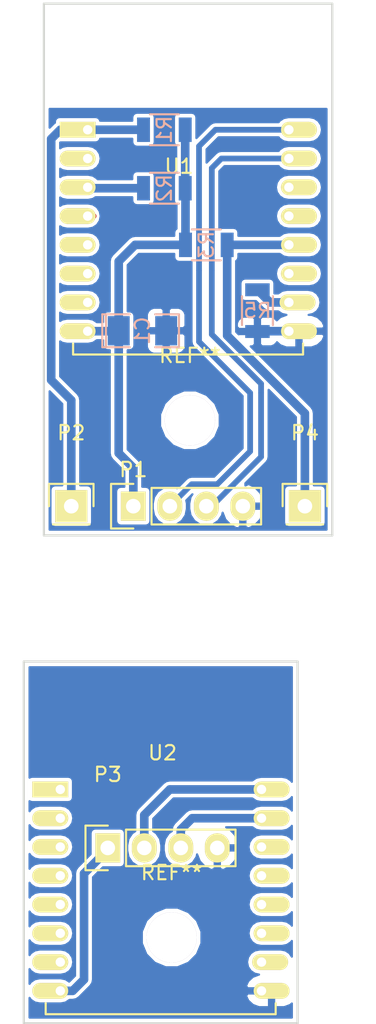
<source format=kicad_pcb>
(kicad_pcb (version 4) (host pcbnew 4.0.2+dfsg1-stable)

  (general
    (links 21)
    (no_connects 1)
    (area 188.900999 65.964999 208.101001 91.261001)
    (thickness 1.6)
    (drawings 14)
    (tracks 62)
    (zones 0)
    (modules 13)
    (nets 32)
  )

  (page A4)
  (layers
    (0 F.Cu signal)
    (31 B.Cu signal)
    (32 B.Adhes user)
    (33 F.Adhes user)
    (34 B.Paste user)
    (35 F.Paste user)
    (36 B.SilkS user)
    (37 F.SilkS user)
    (38 B.Mask user)
    (39 F.Mask user)
    (40 Dwgs.User user)
    (41 Cmts.User user)
    (42 Eco1.User user)
    (43 Eco2.User user)
    (44 Edge.Cuts user)
    (45 Margin user)
    (46 B.CrtYd user)
    (47 F.CrtYd user)
    (48 B.Fab user)
    (49 F.Fab user)
  )

  (setup
    (last_trace_width 0.6)
    (user_trace_width 0.4)
    (user_trace_width 0.6)
    (user_trace_width 0.8)
    (user_trace_width 1)
    (user_trace_width 1.2)
    (trace_clearance 0.2)
    (zone_clearance 0.25)
    (zone_45_only yes)
    (trace_min 0.2)
    (segment_width 0.2)
    (edge_width 0.15)
    (via_size 0.6)
    (via_drill 0.4)
    (via_min_size 0.4)
    (via_min_drill 0.3)
    (uvia_size 0.3)
    (uvia_drill 0.1)
    (uvias_allowed no)
    (uvia_min_size 0.2)
    (uvia_min_drill 0.1)
    (pcb_text_width 0.3)
    (pcb_text_size 1.5 1.5)
    (mod_edge_width 0.15)
    (mod_text_size 1 1)
    (mod_text_width 0.15)
    (pad_size 2.2352 2.2352)
    (pad_drill 1.016)
    (pad_to_mask_clearance 0.2)
    (aux_axis_origin 0 0)
    (visible_elements FFFFFF7F)
    (pcbplotparams
      (layerselection 0x01030_80000001)
      (usegerberextensions false)
      (excludeedgelayer true)
      (linewidth 0.100000)
      (plotframeref false)
      (viasonmask false)
      (mode 1)
      (useauxorigin false)
      (hpglpennumber 1)
      (hpglpenspeed 20)
      (hpglpendiameter 15)
      (hpglpenoverlay 2)
      (psnegative false)
      (psa4output false)
      (plotreference true)
      (plotvalue true)
      (plotinvisibletext false)
      (padsonsilk false)
      (subtractmaskfromsilk false)
      (outputformat 5)
      (mirror false)
      (drillshape 0)
      (scaleselection 1)
      (outputdirectory ""))
  )

  (net 0 "")
  (net 1 GND)
  (net 2 Vcc)
  (net 3 L2)
  (net 4 RXD)
  (net 5 TXD)
  (net 6 PRGM)
  (net 7 RST)
  (net 8 RXD_B)
  (net 9 TXD_B)
  (net 10 Vcc_B)
  (net 11 "Net-(R2-Pad1)")
  (net 12 "Net-(R4-Pad2)")
  (net 13 "Net-(R5-Pad2)")
  (net 14 "Net-(U1-Pad2)")
  (net 15 "Net-(U1-Pad5)")
  (net 16 "Net-(U1-Pad6)")
  (net 17 "Net-(U1-Pad7)")
  (net 18 "Net-(U1-Pad13)")
  (net 19 "Net-(U1-Pad14)")
  (net 20 "Net-(U2-Pad1)")
  (net 21 "Net-(U2-Pad2)")
  (net 22 "Net-(U2-Pad3)")
  (net 23 "Net-(U2-Pad4)")
  (net 24 "Net-(U2-Pad5)")
  (net 25 "Net-(U2-Pad6)")
  (net 26 "Net-(U2-Pad7)")
  (net 27 "Net-(U2-Pad10)")
  (net 28 "Net-(U2-Pad11)")
  (net 29 "Net-(U2-Pad12)")
  (net 30 "Net-(U2-Pad13)")
  (net 31 "Net-(U2-Pad14)")

  (net_class Default "This is the default net class."
    (clearance 0.2)
    (trace_width 0.25)
    (via_dia 0.6)
    (via_drill 0.4)
    (uvia_dia 0.3)
    (uvia_drill 0.1)
    (add_net GND)
    (add_net L2)
    (add_net "Net-(R2-Pad1)")
    (add_net "Net-(R4-Pad2)")
    (add_net "Net-(R5-Pad2)")
    (add_net "Net-(U1-Pad13)")
    (add_net "Net-(U1-Pad14)")
    (add_net "Net-(U1-Pad2)")
    (add_net "Net-(U1-Pad5)")
    (add_net "Net-(U1-Pad6)")
    (add_net "Net-(U1-Pad7)")
    (add_net "Net-(U2-Pad1)")
    (add_net "Net-(U2-Pad10)")
    (add_net "Net-(U2-Pad11)")
    (add_net "Net-(U2-Pad12)")
    (add_net "Net-(U2-Pad13)")
    (add_net "Net-(U2-Pad14)")
    (add_net "Net-(U2-Pad2)")
    (add_net "Net-(U2-Pad3)")
    (add_net "Net-(U2-Pad4)")
    (add_net "Net-(U2-Pad5)")
    (add_net "Net-(U2-Pad6)")
    (add_net "Net-(U2-Pad7)")
    (add_net PRGM)
    (add_net RST)
    (add_net RXD)
    (add_net RXD_B)
    (add_net TXD)
    (add_net TXD_B)
    (add_net Vcc)
    (add_net Vcc_B)
  )

  (module Mounting_Holes:MountingHole_3-5mm (layer F.Cu) (tedit 0) (tstamp 5B0B915B)
    (at 219.202 131.318)
    (descr "Mounting hole, Befestigungsbohrung, 3,5mm, No Annular, Kein Restring,")
    (tags "Mounting hole, Befestigungsbohrung, 3,5mm, No Annular, Kein Restring,")
    (fp_text reference REF** (at 0 -4.50088) (layer F.SilkS)
      (effects (font (size 1 1) (thickness 0.15)))
    )
    (fp_text value MountingHole_3-5mm (at 0 5.00126) (layer F.Fab)
      (effects (font (size 1 1) (thickness 0.15)))
    )
    (fp_circle (center 0 0) (end 3.5 0) (layer Cmts.User) (width 0.381))
    (pad 1 thru_hole circle (at 0 0) (size 3.5 3.5) (drill 3.5) (layers))
  )

  (module Mounting_Holes:MountingHole_3-5mm (layer F.Cu) (tedit 0) (tstamp 5B0B8FEC)
    (at 220.472 95.377)
    (descr "Mounting hole, Befestigungsbohrung, 3,5mm, No Annular, Kein Restring,")
    (tags "Mounting hole, Befestigungsbohrung, 3,5mm, No Annular, Kein Restring,")
    (fp_text reference REF** (at 0 -4.50088) (layer F.SilkS)
      (effects (font (size 1 1) (thickness 0.15)))
    )
    (fp_text value MountingHole_3-5mm (at 0 5.00126) (layer F.Fab)
      (effects (font (size 1 1) (thickness 0.15)))
    )
    (fp_circle (center 0 0) (end 3.5 0) (layer Cmts.User) (width 0.381))
    (pad 1 thru_hole circle (at 0 0) (size 3.5 3.5) (drill 3.5) (layers))
  )

  (module esp8266-16pin:ESP-12E (layer F.Cu) (tedit 5AB3C993) (tstamp 5AF03EB2)
    (at 213.36 75.184)
    (descr "Module, ESP-8266, ESP-12, 16 pad, SMD")
    (tags "Module ESP-8266 ESP8266")
    (path /5AF0328B)
    (fp_text reference U1 (at 6.35 2.54) (layer F.SilkS)
      (effects (font (size 1 1) (thickness 0.15)))
    )
    (fp_text value ESP-12E (at 6.35 6.35) (layer F.Fab) hide
      (effects (font (size 1 1) (thickness 0.15)))
    )
    (fp_line (start -2.25 -0.5) (end -2.25 -8.75) (layer F.CrtYd) (width 0.05))
    (fp_line (start -2.25 -8.75) (end 15.25 -8.75) (layer F.CrtYd) (width 0.05))
    (fp_line (start 15.25 -8.75) (end 16.25 -8.75) (layer F.CrtYd) (width 0.05))
    (fp_line (start 16.25 -8.75) (end 16.25 16) (layer F.CrtYd) (width 0.05))
    (fp_line (start 16.25 16) (end -2.25 16) (layer F.CrtYd) (width 0.05))
    (fp_line (start -2.25 16) (end -2.25 -0.5) (layer F.CrtYd) (width 0.05))
    (fp_line (start -1.016 -8.382) (end 14.986 -8.382) (layer F.CrtYd) (width 0.1524))
    (fp_line (start 14.986 -8.382) (end 14.986 -0.889) (layer F.CrtYd) (width 0.1524))
    (fp_line (start -1.016 -8.382) (end -1.016 -1.016) (layer F.CrtYd) (width 0.1524))
    (fp_line (start -1.016 14.859) (end -1.016 15.621) (layer F.SilkS) (width 0.1524))
    (fp_line (start -1.016 15.621) (end 14.986 15.621) (layer F.SilkS) (width 0.1524))
    (fp_line (start 14.986 15.621) (end 14.986 14.859) (layer F.SilkS) (width 0.1524))
    (fp_line (start 14.992 -8.4) (end -1.008 -2.6) (layer F.CrtYd) (width 0.1524))
    (fp_line (start -1.008 -8.4) (end 14.992 -2.6) (layer F.CrtYd) (width 0.1524))
    (fp_text user "No Copper" (at 6.892 -5.4) (layer F.CrtYd)
      (effects (font (size 1 1) (thickness 0.15)))
    )
    (fp_line (start -1.008 -2.6) (end 14.992 -2.6) (layer F.CrtYd) (width 0.1524))
    (fp_line (start 15 -8.4) (end 15 15.6) (layer F.Fab) (width 0.05))
    (fp_line (start 14.992 15.6) (end -1.008 15.6) (layer F.Fab) (width 0.05))
    (fp_line (start -1.008 15.6) (end -1.008 -8.4) (layer F.Fab) (width 0.05))
    (fp_line (start -1.008 -8.4) (end 14.992 -8.4) (layer F.Fab) (width 0.05))
    (pad 1 thru_hole rect (at 0 0) (size 2.5 1.1) (drill 0.65 (offset -0.7 0)) (layers *.Cu *.Mask F.SilkS)
      (net 7 RST))
    (pad 2 thru_hole oval (at 0 2) (size 2.5 1.1) (drill 0.65 (offset -0.7 0)) (layers *.Cu *.Mask F.SilkS)
      (net 14 "Net-(U1-Pad2)"))
    (pad 3 thru_hole oval (at 0 4) (size 2.5 1.1) (drill 0.65 (offset -0.7 0)) (layers *.Cu *.Mask F.SilkS)
      (net 11 "Net-(R2-Pad1)"))
    (pad 4 thru_hole oval (at 0 6) (size 2.5 1.1) (drill 0.65 (offset -0.7 0)) (layers *.Cu *.Mask F.SilkS)
      (net 3 L2))
    (pad 5 thru_hole oval (at 0 8) (size 2.5 1.1) (drill 0.65 (offset -0.7 0)) (layers *.Cu *.Mask F.SilkS)
      (net 15 "Net-(U1-Pad5)"))
    (pad 6 thru_hole oval (at 0 10) (size 2.5 1.1) (drill 0.65 (offset -0.7 0)) (layers *.Cu *.Mask F.SilkS)
      (net 16 "Net-(U1-Pad6)"))
    (pad 7 thru_hole oval (at 0 12) (size 2.5 1.1) (drill 0.65 (offset -0.7 0)) (layers *.Cu *.Mask F.SilkS)
      (net 17 "Net-(U1-Pad7)"))
    (pad 8 thru_hole oval (at 0 14) (size 2.5 1.1) (drill 0.65 (offset -0.7 0)) (layers *.Cu *.Mask F.SilkS)
      (net 2 Vcc))
    (pad 9 thru_hole oval (at 14 14) (size 2.5 1.1) (drill 0.65 (offset 0.7 0)) (layers *.Cu *.Mask F.SilkS)
      (net 1 GND))
    (pad 10 thru_hole oval (at 14 12) (size 2.5 1.1) (drill 0.65 (offset 0.6 0)) (layers *.Cu *.Mask F.SilkS)
      (net 13 "Net-(R5-Pad2)"))
    (pad 11 thru_hole oval (at 14 10) (size 2.5 1.1) (drill 0.65 (offset 0.7 0)) (layers *.Cu *.Mask F.SilkS)
      (net 12 "Net-(R4-Pad2)"))
    (pad 12 thru_hole oval (at 14 8) (size 2.5 1.1) (drill 0.65 (offset 0.7 0)) (layers *.Cu *.Mask F.SilkS)
      (net 6 PRGM))
    (pad 13 thru_hole oval (at 14 6) (size 2.5 1.1) (drill 0.65 (offset 0.7 0)) (layers *.Cu *.Mask F.SilkS)
      (net 18 "Net-(U1-Pad13)"))
    (pad 14 thru_hole oval (at 14 4) (size 2.5 1.1) (drill 0.65 (offset 0.7 0)) (layers *.Cu *.Mask F.SilkS)
      (net 19 "Net-(U1-Pad14)"))
    (pad 15 thru_hole oval (at 14 2) (size 2.5 1.1) (drill 0.65 (offset 0.7 0)) (layers *.Cu *.Mask F.SilkS)
      (net 4 RXD))
    (pad 16 thru_hole oval (at 14 0) (size 2.5 1.1) (drill 0.65 (offset 0.7 0)) (layers *.Cu *.Mask F.SilkS)
      (net 5 TXD))
    (model ${ESPLIB}/ESP8266.3dshapes/ESP-12E.wrl
      (at (xyz 0 0 0))
      (scale (xyz 0.3937 0.3937 0.3937))
      (rotate (xyz 0 0 0))
    )
  )

  (module Socket_Strips:Socket_Strip_Straight_1x04 (layer F.Cu) (tedit 5AF15216) (tstamp 5AF03E6C)
    (at 216.535 101.346)
    (descr "Through hole socket strip")
    (tags "socket strip")
    (path /5AF0463F)
    (fp_text reference P1 (at 0 -2.54) (layer F.SilkS)
      (effects (font (size 1 1) (thickness 0.15)))
    )
    (fp_text value CONN_01X04 (at 11.938 0) (layer F.Fab)
      (effects (font (size 1 1) (thickness 0.15)))
    )
    (fp_line (start -1.75 -1.75) (end -1.75 1.75) (layer F.CrtYd) (width 0.05))
    (fp_line (start 9.4 -1.75) (end 9.4 1.75) (layer F.CrtYd) (width 0.05))
    (fp_line (start -1.75 -1.75) (end 9.4 -1.75) (layer F.CrtYd) (width 0.05))
    (fp_line (start -1.75 1.75) (end 9.4 1.75) (layer F.CrtYd) (width 0.05))
    (fp_line (start 1.27 -1.27) (end 8.89 -1.27) (layer F.SilkS) (width 0.15))
    (fp_line (start 1.27 1.27) (end 8.89 1.27) (layer F.SilkS) (width 0.15))
    (fp_line (start -1.55 1.55) (end 0 1.55) (layer F.SilkS) (width 0.15))
    (fp_line (start 8.89 -1.27) (end 8.89 1.27) (layer F.SilkS) (width 0.15))
    (fp_line (start 1.27 1.27) (end 1.27 -1.27) (layer F.SilkS) (width 0.15))
    (fp_line (start 0 -1.55) (end -1.55 -1.55) (layer F.SilkS) (width 0.15))
    (fp_line (start -1.55 -1.55) (end -1.55 1.55) (layer F.SilkS) (width 0.15))
    (pad 1 thru_hole rect (at 0 0) (size 1.7272 2.032) (drill 1.016) (layers *.Cu *.Mask F.SilkS)
      (net 2 Vcc))
    (pad 2 thru_hole oval (at 2.54 0) (size 1.7272 2.032) (drill 1.016) (layers *.Cu *.Mask F.SilkS)
      (net 5 TXD))
    (pad 3 thru_hole oval (at 5.08 0) (size 1.7272 2.032) (drill 1.016) (layers *.Cu *.Mask F.SilkS)
      (net 4 RXD))
    (pad 4 thru_hole oval (at 7.62 0) (size 1.7272 2.032) (drill 1.016) (layers *.Cu *.Mask F.SilkS)
      (net 1 GND))
    (model Socket_Strips.3dshapes/Socket_Strip_Straight_1x04.wrl
      (at (xyz 0.15 0 0))
      (scale (xyz 1 1 1))
      (rotate (xyz 0 0 180))
    )
  )

  (module SMD_Packages:SMD-1206_Pol (layer B.Cu) (tedit 5AF05C7D) (tstamp 5AF03E58)
    (at 217.17 89.154)
    (path /5AF0330D)
    (attr smd)
    (fp_text reference C1 (at 0 0 270) (layer B.SilkS)
      (effects (font (size 1 1) (thickness 0.15)) (justify mirror))
    )
    (fp_text value 100nF (at 0 2.032) (layer B.Fab)
      (effects (font (size 1 1) (thickness 0.15)) (justify mirror))
    )
    (fp_line (start -2.54 1.143) (end -2.794 1.143) (layer B.SilkS) (width 0.15))
    (fp_line (start -2.794 1.143) (end -2.794 -1.143) (layer B.SilkS) (width 0.15))
    (fp_line (start -2.794 -1.143) (end -2.54 -1.143) (layer B.SilkS) (width 0.15))
    (fp_line (start -2.54 1.143) (end -2.54 -1.143) (layer B.SilkS) (width 0.15))
    (fp_line (start -2.54 -1.143) (end -0.889 -1.143) (layer B.SilkS) (width 0.15))
    (fp_line (start 0.889 1.143) (end 2.54 1.143) (layer B.SilkS) (width 0.15))
    (fp_line (start 2.54 1.143) (end 2.54 -1.143) (layer B.SilkS) (width 0.15))
    (fp_line (start 2.54 -1.143) (end 0.889 -1.143) (layer B.SilkS) (width 0.15))
    (fp_line (start -0.889 1.143) (end -2.54 1.143) (layer B.SilkS) (width 0.15))
    (pad 1 smd rect (at -1.651 0) (size 1.524 2.032) (layers B.Cu B.Paste B.Mask)
      (net 2 Vcc))
    (pad 2 smd rect (at 1.651 0) (size 1.524 2.032) (layers B.Cu B.Paste B.Mask)
      (net 1 GND))
    (model SMD_Packages.3dshapes/SMD-1206_Pol.wrl
      (at (xyz 0 0 0))
      (scale (xyz 0.17 0.16 0.16))
      (rotate (xyz 0 0 0))
    )
  )

  (module Socket_Strips:Socket_Strip_Straight_1x04 (layer F.Cu) (tedit 0) (tstamp 5AF03E7A)
    (at 214.757 125.095)
    (descr "Through hole socket strip")
    (tags "socket strip")
    (path /5AF05AC9)
    (fp_text reference P3 (at 0 -5.1) (layer F.SilkS)
      (effects (font (size 1 1) (thickness 0.15)))
    )
    (fp_text value CONN_01X04 (at 0 -3.1) (layer F.Fab)
      (effects (font (size 1 1) (thickness 0.15)))
    )
    (fp_line (start -1.75 -1.75) (end -1.75 1.75) (layer F.CrtYd) (width 0.05))
    (fp_line (start 9.4 -1.75) (end 9.4 1.75) (layer F.CrtYd) (width 0.05))
    (fp_line (start -1.75 -1.75) (end 9.4 -1.75) (layer F.CrtYd) (width 0.05))
    (fp_line (start -1.75 1.75) (end 9.4 1.75) (layer F.CrtYd) (width 0.05))
    (fp_line (start 1.27 -1.27) (end 8.89 -1.27) (layer F.SilkS) (width 0.15))
    (fp_line (start 1.27 1.27) (end 8.89 1.27) (layer F.SilkS) (width 0.15))
    (fp_line (start -1.55 1.55) (end 0 1.55) (layer F.SilkS) (width 0.15))
    (fp_line (start 8.89 -1.27) (end 8.89 1.27) (layer F.SilkS) (width 0.15))
    (fp_line (start 1.27 1.27) (end 1.27 -1.27) (layer F.SilkS) (width 0.15))
    (fp_line (start 0 -1.55) (end -1.55 -1.55) (layer F.SilkS) (width 0.15))
    (fp_line (start -1.55 -1.55) (end -1.55 1.55) (layer F.SilkS) (width 0.15))
    (pad 1 thru_hole rect (at 0 0) (size 1.7272 2.032) (drill 1.016) (layers *.Cu *.Mask F.SilkS)
      (net 10 Vcc_B))
    (pad 2 thru_hole oval (at 2.54 0) (size 1.7272 2.032) (drill 1.016) (layers *.Cu *.Mask F.SilkS)
      (net 9 TXD_B))
    (pad 3 thru_hole oval (at 5.08 0) (size 1.7272 2.032) (drill 1.016) (layers *.Cu *.Mask F.SilkS)
      (net 8 RXD_B))
    (pad 4 thru_hole oval (at 7.62 0) (size 1.7272 2.032) (drill 1.016) (layers *.Cu *.Mask F.SilkS)
      (net 1 GND))
    (model Socket_Strips.3dshapes/Socket_Strip_Straight_1x04.wrl
      (at (xyz 0.15 0 0))
      (scale (xyz 1 1 1))
      (rotate (xyz 0 0 180))
    )
  )

  (module Resistors_SMD:R_1206 (layer B.Cu) (tedit 5AF05C64) (tstamp 5AF03E80)
    (at 218.694 75.184)
    (descr "Resistor SMD 1206, reflow soldering, Vishay (see dcrcw.pdf)")
    (tags "resistor 1206")
    (path /5AF036B1)
    (attr smd)
    (fp_text reference R1 (at 0 0 270) (layer B.SilkS)
      (effects (font (size 1 1) (thickness 0.15)) (justify mirror))
    )
    (fp_text value 10KR (at -4.318 0) (layer B.Fab)
      (effects (font (size 1 1) (thickness 0.15)) (justify mirror))
    )
    (fp_line (start -2.2 1.2) (end 2.2 1.2) (layer B.CrtYd) (width 0.05))
    (fp_line (start -2.2 -1.2) (end 2.2 -1.2) (layer B.CrtYd) (width 0.05))
    (fp_line (start -2.2 1.2) (end -2.2 -1.2) (layer B.CrtYd) (width 0.05))
    (fp_line (start 2.2 1.2) (end 2.2 -1.2) (layer B.CrtYd) (width 0.05))
    (fp_line (start 1 -1.075) (end -1 -1.075) (layer B.SilkS) (width 0.15))
    (fp_line (start -1 1.075) (end 1 1.075) (layer B.SilkS) (width 0.15))
    (pad 1 smd rect (at -1.45 0) (size 0.9 1.7) (layers B.Cu B.Paste B.Mask)
      (net 7 RST))
    (pad 2 smd rect (at 1.45 0) (size 0.9 1.7) (layers B.Cu B.Paste B.Mask)
      (net 2 Vcc))
    (model Resistors_SMD.3dshapes/R_1206.wrl
      (at (xyz 0 0 0))
      (scale (xyz 1 1 1))
      (rotate (xyz 0 0 0))
    )
  )

  (module Resistors_SMD:R_1206 (layer B.Cu) (tedit 5AF05C6B) (tstamp 5AF03E86)
    (at 218.694 79.248)
    (descr "Resistor SMD 1206, reflow soldering, Vishay (see dcrcw.pdf)")
    (tags "resistor 1206")
    (path /5AF0372E)
    (attr smd)
    (fp_text reference R2 (at 0 0 270) (layer B.SilkS)
      (effects (font (size 1 1) (thickness 0.15)) (justify mirror))
    )
    (fp_text value 10KR (at -4.318 0) (layer B.Fab)
      (effects (font (size 1 1) (thickness 0.15)) (justify mirror))
    )
    (fp_line (start -2.2 1.2) (end 2.2 1.2) (layer B.CrtYd) (width 0.05))
    (fp_line (start -2.2 -1.2) (end 2.2 -1.2) (layer B.CrtYd) (width 0.05))
    (fp_line (start -2.2 1.2) (end -2.2 -1.2) (layer B.CrtYd) (width 0.05))
    (fp_line (start 2.2 1.2) (end 2.2 -1.2) (layer B.CrtYd) (width 0.05))
    (fp_line (start 1 -1.075) (end -1 -1.075) (layer B.SilkS) (width 0.15))
    (fp_line (start -1 1.075) (end 1 1.075) (layer B.SilkS) (width 0.15))
    (pad 1 smd rect (at -1.45 0) (size 0.9 1.7) (layers B.Cu B.Paste B.Mask)
      (net 11 "Net-(R2-Pad1)"))
    (pad 2 smd rect (at 1.45 0) (size 0.9 1.7) (layers B.Cu B.Paste B.Mask)
      (net 2 Vcc))
    (model Resistors_SMD.3dshapes/R_1206.wrl
      (at (xyz 0 0 0))
      (scale (xyz 1 1 1))
      (rotate (xyz 0 0 0))
    )
  )

  (module Resistors_SMD:R_1206 (layer B.Cu) (tedit 5AF05CA3) (tstamp 5AF03E8C)
    (at 221.615 83.185)
    (descr "Resistor SMD 1206, reflow soldering, Vishay (see dcrcw.pdf)")
    (tags "resistor 1206")
    (path /5AF034C3)
    (attr smd)
    (fp_text reference R3 (at 0 0 270) (layer B.SilkS)
      (effects (font (size 1 1) (thickness 0.15)) (justify mirror))
    )
    (fp_text value 10KR (at -4.318 0) (layer B.Fab)
      (effects (font (size 1 1) (thickness 0.15)) (justify mirror))
    )
    (fp_line (start -2.2 1.2) (end 2.2 1.2) (layer B.CrtYd) (width 0.05))
    (fp_line (start -2.2 -1.2) (end 2.2 -1.2) (layer B.CrtYd) (width 0.05))
    (fp_line (start -2.2 1.2) (end -2.2 -1.2) (layer B.CrtYd) (width 0.05))
    (fp_line (start 2.2 1.2) (end 2.2 -1.2) (layer B.CrtYd) (width 0.05))
    (fp_line (start 1 -1.075) (end -1 -1.075) (layer B.SilkS) (width 0.15))
    (fp_line (start -1 1.075) (end 1 1.075) (layer B.SilkS) (width 0.15))
    (pad 1 smd rect (at -1.45 0) (size 0.9 1.7) (layers B.Cu B.Paste B.Mask)
      (net 2 Vcc))
    (pad 2 smd rect (at 1.45 0) (size 0.9 1.7) (layers B.Cu B.Paste B.Mask)
      (net 6 PRGM))
    (model Resistors_SMD.3dshapes/R_1206.wrl
      (at (xyz 0 0 0))
      (scale (xyz 1 1 1))
      (rotate (xyz 0 0 0))
    )
  )

  (module Resistors_SMD:R_1206 (layer B.Cu) (tedit 5AF05C7A) (tstamp 5AF03E98)
    (at 225.171 87.757 90)
    (descr "Resistor SMD 1206, reflow soldering, Vishay (see dcrcw.pdf)")
    (tags "resistor 1206")
    (path /5AF03412)
    (attr smd)
    (fp_text reference R5 (at 0 0 360) (layer B.SilkS)
      (effects (font (size 1 1) (thickness 0.15)) (justify mirror))
    )
    (fp_text value 10kR (at 0 2.286 90) (layer B.Fab)
      (effects (font (size 1 1) (thickness 0.15)) (justify mirror))
    )
    (fp_line (start -2.2 1.2) (end 2.2 1.2) (layer B.CrtYd) (width 0.05))
    (fp_line (start -2.2 -1.2) (end 2.2 -1.2) (layer B.CrtYd) (width 0.05))
    (fp_line (start -2.2 1.2) (end -2.2 -1.2) (layer B.CrtYd) (width 0.05))
    (fp_line (start 2.2 1.2) (end 2.2 -1.2) (layer B.CrtYd) (width 0.05))
    (fp_line (start 1 -1.075) (end -1 -1.075) (layer B.SilkS) (width 0.15))
    (fp_line (start -1 1.075) (end 1 1.075) (layer B.SilkS) (width 0.15))
    (pad 1 smd rect (at -1.45 0 90) (size 0.9 1.7) (layers B.Cu B.Paste B.Mask)
      (net 1 GND))
    (pad 2 smd rect (at 1.45 0 90) (size 0.9 1.7) (layers B.Cu B.Paste B.Mask)
      (net 13 "Net-(R5-Pad2)"))
    (model Resistors_SMD.3dshapes/R_1206.wrl
      (at (xyz 0 0 0))
      (scale (xyz 1 1 1))
      (rotate (xyz 0 0 0))
    )
  )

  (module esp8266-16pin:ESP-12E (layer F.Cu) (tedit 5AF05E61) (tstamp 5AF03ECC)
    (at 211.455 121.031)
    (descr "Module, ESP-8266, ESP-12, 16 pad, SMD")
    (tags "Module ESP-8266 ESP8266")
    (path /5AF05A6E)
    (fp_text reference U2 (at 7.112 -2.54) (layer F.SilkS)
      (effects (font (size 1 1) (thickness 0.15)))
    )
    (fp_text value ESP-12E (at 6.35 6.35) (layer F.Fab) hide
      (effects (font (size 1 1) (thickness 0.15)))
    )
    (fp_line (start -2.25 -0.5) (end -2.25 -8.75) (layer F.CrtYd) (width 0.05))
    (fp_line (start -2.25 -8.75) (end 15.25 -8.75) (layer F.CrtYd) (width 0.05))
    (fp_line (start 15.25 -8.75) (end 16.25 -8.75) (layer F.CrtYd) (width 0.05))
    (fp_line (start 16.25 -8.75) (end 16.25 16) (layer F.CrtYd) (width 0.05))
    (fp_line (start 16.25 16) (end -2.25 16) (layer F.CrtYd) (width 0.05))
    (fp_line (start -2.25 16) (end -2.25 -0.5) (layer F.CrtYd) (width 0.05))
    (fp_line (start -1.016 -8.382) (end 14.986 -8.382) (layer F.CrtYd) (width 0.1524))
    (fp_line (start 14.986 -8.382) (end 14.986 -0.889) (layer F.CrtYd) (width 0.1524))
    (fp_line (start -1.016 -8.382) (end -1.016 -1.016) (layer F.CrtYd) (width 0.1524))
    (fp_line (start -1.016 14.859) (end -1.016 15.621) (layer F.SilkS) (width 0.1524))
    (fp_line (start -1.016 15.621) (end 14.986 15.621) (layer F.SilkS) (width 0.1524))
    (fp_line (start 14.986 15.621) (end 14.986 14.859) (layer F.SilkS) (width 0.1524))
    (fp_line (start 14.992 -8.4) (end -1.008 -2.6) (layer F.CrtYd) (width 0.1524))
    (fp_line (start -1.008 -8.4) (end 14.992 -2.6) (layer F.CrtYd) (width 0.1524))
    (fp_text user "No Copper" (at 6.892 -5.4) (layer F.CrtYd)
      (effects (font (size 1 1) (thickness 0.15)))
    )
    (fp_line (start -1.008 -2.6) (end 14.992 -2.6) (layer F.CrtYd) (width 0.1524))
    (fp_line (start 15 -8.4) (end 15 15.6) (layer F.Fab) (width 0.05))
    (fp_line (start 14.992 15.6) (end -1.008 15.6) (layer F.Fab) (width 0.05))
    (fp_line (start -1.008 15.6) (end -1.008 -8.4) (layer F.Fab) (width 0.05))
    (fp_line (start -1.008 -8.4) (end 14.992 -8.4) (layer F.Fab) (width 0.05))
    (pad 1 thru_hole rect (at 0 0) (size 2.5 1.1) (drill 0.65 (offset -0.7 0)) (layers *.Cu *.Mask F.SilkS)
      (net 20 "Net-(U2-Pad1)"))
    (pad 2 thru_hole oval (at 0 2) (size 2.5 1.1) (drill 0.65 (offset -0.7 0)) (layers *.Cu *.Mask F.SilkS)
      (net 21 "Net-(U2-Pad2)"))
    (pad 3 thru_hole oval (at 0 4) (size 2.5 1.1) (drill 0.65 (offset -0.7 0)) (layers *.Cu *.Mask F.SilkS)
      (net 22 "Net-(U2-Pad3)"))
    (pad 4 thru_hole oval (at 0 6) (size 2.5 1.1) (drill 0.65 (offset -0.7 0)) (layers *.Cu *.Mask F.SilkS)
      (net 23 "Net-(U2-Pad4)"))
    (pad 5 thru_hole oval (at 0 8) (size 2.5 1.1) (drill 0.65 (offset -0.7 0)) (layers *.Cu *.Mask F.SilkS)
      (net 24 "Net-(U2-Pad5)"))
    (pad 6 thru_hole oval (at 0 10) (size 2.5 1.1) (drill 0.65 (offset -0.7 0)) (layers *.Cu *.Mask F.SilkS)
      (net 25 "Net-(U2-Pad6)"))
    (pad 7 thru_hole oval (at 0 12) (size 2.5 1.1) (drill 0.65 (offset -0.7 0)) (layers *.Cu *.Mask F.SilkS)
      (net 26 "Net-(U2-Pad7)"))
    (pad 8 thru_hole oval (at 0 14) (size 2.5 1.1) (drill 0.65 (offset -0.7 0)) (layers *.Cu *.Mask F.SilkS)
      (net 10 Vcc_B))
    (pad 9 thru_hole oval (at 14 14) (size 2.5 1.1) (drill 0.65 (offset 0.7 0)) (layers *.Cu *.Mask F.SilkS)
      (net 1 GND))
    (pad 10 thru_hole oval (at 14 12) (size 2.5 1.1) (drill 0.65 (offset 0.6 0)) (layers *.Cu *.Mask F.SilkS)
      (net 27 "Net-(U2-Pad10)"))
    (pad 11 thru_hole oval (at 14 10) (size 2.5 1.1) (drill 0.65 (offset 0.7 0)) (layers *.Cu *.Mask F.SilkS)
      (net 28 "Net-(U2-Pad11)"))
    (pad 12 thru_hole oval (at 14 8) (size 2.5 1.1) (drill 0.65 (offset 0.7 0)) (layers *.Cu *.Mask F.SilkS)
      (net 29 "Net-(U2-Pad12)"))
    (pad 13 thru_hole oval (at 14 6) (size 2.5 1.1) (drill 0.65 (offset 0.7 0)) (layers *.Cu *.Mask F.SilkS)
      (net 30 "Net-(U2-Pad13)"))
    (pad 14 thru_hole oval (at 14 4) (size 2.5 1.1) (drill 0.65 (offset 0.7 0)) (layers *.Cu *.Mask F.SilkS)
      (net 31 "Net-(U2-Pad14)"))
    (pad 15 thru_hole oval (at 14 2) (size 2.5 1.1) (drill 0.65 (offset 0.7 0)) (layers *.Cu *.Mask F.SilkS)
      (net 8 RXD_B))
    (pad 16 thru_hole oval (at 14 0) (size 2.5 1.1) (drill 0.65 (offset 0.7 0)) (layers *.Cu *.Mask F.SilkS)
      (net 9 TXD_B))
    (model ${ESPLIB}/ESP8266.3dshapes/ESP-12E.wrl
      (at (xyz 0 0 0))
      (scale (xyz 0.3937 0.3937 0.3937))
      (rotate (xyz 0 0 0))
    )
  )

  (module Pin_Headers:Pin_Header_Straight_1x01 (layer F.Cu) (tedit 54EA08DC) (tstamp 5B0EE867)
    (at 212.217 101.346)
    (descr "Through hole pin header")
    (tags "pin header")
    (path /5B0697E5)
    (fp_text reference P2 (at 0 -5.1) (layer F.SilkS)
      (effects (font (size 1 1) (thickness 0.15)))
    )
    (fp_text value CONN_01X01 (at 0 -3.1) (layer F.Fab)
      (effects (font (size 1 1) (thickness 0.15)))
    )
    (fp_line (start 1.55 -1.55) (end 1.55 0) (layer F.SilkS) (width 0.15))
    (fp_line (start -1.75 -1.75) (end -1.75 1.75) (layer F.CrtYd) (width 0.05))
    (fp_line (start 1.75 -1.75) (end 1.75 1.75) (layer F.CrtYd) (width 0.05))
    (fp_line (start -1.75 -1.75) (end 1.75 -1.75) (layer F.CrtYd) (width 0.05))
    (fp_line (start -1.75 1.75) (end 1.75 1.75) (layer F.CrtYd) (width 0.05))
    (fp_line (start -1.55 0) (end -1.55 -1.55) (layer F.SilkS) (width 0.15))
    (fp_line (start -1.55 -1.55) (end 1.55 -1.55) (layer F.SilkS) (width 0.15))
    (fp_line (start -1.27 1.27) (end 1.27 1.27) (layer F.SilkS) (width 0.15))
    (pad 1 thru_hole rect (at 0 0) (size 2.2352 2.2352) (drill 1.016) (layers *.Cu *.Mask F.SilkS)
      (net 7 RST))
    (model Pin_Headers.3dshapes/Pin_Header_Straight_1x01.wrl
      (at (xyz 0 0 0))
      (scale (xyz 1 1 1))
      (rotate (xyz 0 0 90))
    )
  )

  (module Pin_Headers:Pin_Header_Straight_1x01 (layer F.Cu) (tedit 54EA08DC) (tstamp 5B0EE8E4)
    (at 228.473 101.346)
    (descr "Through hole pin header")
    (tags "pin header")
    (path /5B069844)
    (fp_text reference P4 (at 0 -5.1) (layer F.SilkS)
      (effects (font (size 1 1) (thickness 0.15)))
    )
    (fp_text value CONN_01X01 (at 0 -3.1) (layer F.Fab)
      (effects (font (size 1 1) (thickness 0.15)))
    )
    (fp_line (start 1.55 -1.55) (end 1.55 0) (layer F.SilkS) (width 0.15))
    (fp_line (start -1.75 -1.75) (end -1.75 1.75) (layer F.CrtYd) (width 0.05))
    (fp_line (start 1.75 -1.75) (end 1.75 1.75) (layer F.CrtYd) (width 0.05))
    (fp_line (start -1.75 -1.75) (end 1.75 -1.75) (layer F.CrtYd) (width 0.05))
    (fp_line (start -1.75 1.75) (end 1.75 1.75) (layer F.CrtYd) (width 0.05))
    (fp_line (start -1.55 0) (end -1.55 -1.55) (layer F.SilkS) (width 0.15))
    (fp_line (start -1.55 -1.55) (end 1.55 -1.55) (layer F.SilkS) (width 0.15))
    (fp_line (start -1.27 1.27) (end 1.27 1.27) (layer F.SilkS) (width 0.15))
    (pad 1 thru_hole rect (at 0 0) (size 2.2352 2.2352) (drill 1.016) (layers *.Cu *.Mask F.SilkS)
      (net 6 PRGM))
    (model Pin_Headers.3dshapes/Pin_Header_Straight_1x01.wrl
      (at (xyz 0 0 0))
      (scale (xyz 1 1 1))
      (rotate (xyz 0 0 90))
    )
  )

  (gr_line (start 210.312 103.378) (end 210.312 103.251) (angle 90) (layer Edge.Cuts) (width 0.15))
  (gr_line (start 230.378 103.378) (end 230.378 103.251) (angle 90) (layer Edge.Cuts) (width 0.15))
  (gr_line (start 230.378 103.251) (end 230.378 86.106) (angle 90) (layer Edge.Cuts) (width 0.15))
  (gr_line (start 230.251 103.378) (end 230.378 103.378) (angle 90) (layer Edge.Cuts) (width 0.15))
  (gr_line (start 230.124 103.378) (end 230.251 103.378) (angle 90) (layer Edge.Cuts) (width 0.15))
  (gr_line (start 210.312 103.378) (end 230.124 103.378) (angle 90) (layer Edge.Cuts) (width 0.15))
  (gr_line (start 210.312 66.421) (end 210.312 103.251) (angle 90) (layer Edge.Cuts) (width 0.15))
  (gr_line (start 230.378 66.421) (end 210.312 66.421) (angle 90) (layer Edge.Cuts) (width 0.15))
  (gr_line (start 230.378 86.106) (end 230.378 66.421) (angle 90) (layer Edge.Cuts) (width 0.15))
  (gr_line (start 208.915 137.287) (end 208.915 112.141) (angle 90) (layer Edge.Cuts) (width 0.15))
  (gr_line (start 227.965 112.141) (end 227.965 137.287) (angle 90) (layer Edge.Cuts) (width 0.15))
  (gr_line (start 208.915 112.141) (end 209.169 112.141) (angle 90) (layer Edge.Cuts) (width 0.15))
  (gr_line (start 227.965 137.287) (end 208.915 137.287) (angle 90) (layer Edge.Cuts) (width 0.15))
  (gr_line (start 209.169 112.141) (end 227.965 112.141) (angle 90) (layer Edge.Cuts) (width 0.15))

  (segment (start 227.36 89.184) (end 225.194 89.184) (width 0.6) (layer B.Cu) (net 1))
  (segment (start 225.194 89.184) (end 225.171 89.207) (width 0.6) (layer B.Cu) (net 1) (tstamp 5B0EE95F))
  (segment (start 215.519 89.154) (end 215.519 97.663) (width 0.6) (layer B.Cu) (net 2))
  (segment (start 216.535 98.679) (end 216.535 101.346) (width 0.6) (layer B.Cu) (net 2) (tstamp 5B0EE9D1))
  (segment (start 215.519 97.663) (end 216.535 98.679) (width 0.6) (layer B.Cu) (net 2) (tstamp 5B0EE9D0))
  (segment (start 213.36 89.184) (end 215.489 89.184) (width 0.6) (layer B.Cu) (net 2))
  (segment (start 215.489 89.184) (end 215.519 89.154) (width 0.6) (layer B.Cu) (net 2) (tstamp 5B0B90FF))
  (segment (start 215.519 89.154) (end 215.519 84.328) (width 0.6) (layer B.Cu) (net 2))
  (segment (start 216.662 83.185) (end 220.165 83.185) (width 0.6) (layer B.Cu) (net 2) (tstamp 5B0B90FC))
  (segment (start 215.519 84.328) (end 216.662 83.185) (width 0.6) (layer B.Cu) (net 2) (tstamp 5B0B90FB))
  (segment (start 220.144 75.184) (end 220.144 79.248) (width 0.6) (layer B.Cu) (net 2))
  (segment (start 220.144 79.248) (end 220.165 79.269) (width 0.6) (layer B.Cu) (net 2) (tstamp 5B0B90F7))
  (segment (start 220.165 79.269) (end 220.165 83.185) (width 0.6) (layer B.Cu) (net 2) (tstamp 5B0B90F8))
  (segment (start 215.803 89.184) (end 215.9 89.281) (width 0.6) (layer B.Cu) (net 2) (tstamp 5B068DE5))
  (segment (start 213.772 81.184) (end 213.36 81.184) (width 0.4) (layer F.Cu) (net 3) (tstamp 5AF0531E))
  (segment (start 221.615 101.346) (end 221.996 101.346) (width 0.4) (layer B.Cu) (net 4))
  (segment (start 221.996 101.346) (end 222.631 100.711) (width 0.4) (layer B.Cu) (net 4) (tstamp 5B0EE9BF))
  (segment (start 221.996 89.408) (end 225.425 92.837) (width 0.4) (layer B.Cu) (net 4) (tstamp 5B0B911A))
  (segment (start 225.425 92.837) (end 225.425 93.472) (width 0.4) (layer B.Cu) (net 4) (tstamp 5B0B911C))
  (segment (start 225.425 93.472) (end 225.425 97.917) (width 0.4) (layer B.Cu) (net 4))
  (segment (start 227.36 77.184) (end 222.663 77.184) (width 0.4) (layer B.Cu) (net 4))
  (segment (start 221.996 77.851) (end 221.996 84.963) (width 0.4) (layer B.Cu) (net 4) (tstamp 5B0B9105))
  (segment (start 222.663 77.184) (end 221.996 77.851) (width 0.4) (layer B.Cu) (net 4) (tstamp 5B0B9104))
  (segment (start 221.996 84.963) (end 221.996 89.408) (width 0.4) (layer B.Cu) (net 4))
  (segment (start 225.425 97.917) (end 222.631 100.711) (width 0.4) (layer B.Cu) (net 4))
  (segment (start 222.123 101.346) (end 221.615 101.346) (width 0.4) (layer B.Cu) (net 4) (tstamp 5B0EE9B9))
  (segment (start 219.075 101.346) (end 220.599 99.822) (width 0.4) (layer B.Cu) (net 5))
  (segment (start 221.107 89.916) (end 224.663 93.472) (width 0.4) (layer B.Cu) (net 5) (tstamp 5B0B9116))
  (segment (start 224.663 97.536) (end 224.663 93.472) (width 0.4) (layer B.Cu) (net 5) (tstamp 5B0B9110))
  (segment (start 222.377 99.822) (end 224.663 97.536) (width 0.4) (layer B.Cu) (net 5) (tstamp 5B0B910F))
  (segment (start 222.25 75.184) (end 227.36 75.184) (width 0.4) (layer B.Cu) (net 5))
  (segment (start 221.107 76.327) (end 221.107 84.963) (width 0.4) (layer B.Cu) (net 5) (tstamp 5B0B9109))
  (segment (start 222.25 75.184) (end 221.107 76.327) (width 0.4) (layer B.Cu) (net 5) (tstamp 5B0B9108))
  (segment (start 221.107 84.963) (end 221.107 89.916) (width 0.4) (layer B.Cu) (net 5))
  (segment (start 220.599 99.822) (end 222.377 99.822) (width 0.4) (layer B.Cu) (net 5) (tstamp 5B0EE9B4))
  (segment (start 228.473 101.346) (end 228.473 94.895048) (width 0.6) (layer B.Cu) (net 6))
  (segment (start 223.065 89.487048) (end 223.065 83.185) (width 0.6) (layer B.Cu) (net 6) (tstamp 5B0EE9C4))
  (segment (start 228.473 94.895048) (end 223.065 89.487048) (width 0.6) (layer B.Cu) (net 6) (tstamp 5B0EE9C2))
  (segment (start 223.065 83.185) (end 227.359 83.185) (width 0.6) (layer B.Cu) (net 6))
  (segment (start 227.359 83.185) (end 227.36 83.184) (width 0.6) (layer B.Cu) (net 6) (tstamp 5B0B911F))
  (segment (start 212.217 101.346) (end 212.217 93.98) (width 0.6) (layer B.Cu) (net 7))
  (segment (start 210.82 75.819) (end 211.455 75.184) (width 0.6) (layer B.Cu) (net 7) (tstamp 5B0EE9CA))
  (segment (start 210.82 92.583) (end 210.82 75.819) (width 0.6) (layer B.Cu) (net 7) (tstamp 5B0EE9C9))
  (segment (start 212.217 93.98) (end 210.82 92.583) (width 0.6) (layer B.Cu) (net 7) (tstamp 5B0EE9C8))
  (segment (start 211.455 75.184) (end 213.36 75.184) (width 0.6) (layer B.Cu) (net 7) (tstamp 5B0EE9CB))
  (segment (start 213.36 75.184) (end 217.244 75.184) (width 0.6) (layer B.Cu) (net 7))
  (segment (start 225.455 123.031) (end 220.631 123.031) (width 0.6) (layer B.Cu) (net 8))
  (segment (start 219.837 123.825) (end 219.837 125.095) (width 0.6) (layer B.Cu) (net 8) (tstamp 5B0B9169))
  (segment (start 220.631 123.031) (end 219.837 123.825) (width 0.6) (layer B.Cu) (net 8) (tstamp 5B0B9168))
  (segment (start 225.455 123.031) (end 225.455 123.033) (width 0.8) (layer F.Cu) (net 8))
  (segment (start 225.455 121.031) (end 219.075 121.031) (width 0.6) (layer B.Cu) (net 9))
  (segment (start 217.297 122.809) (end 217.297 125.095) (width 0.6) (layer B.Cu) (net 9) (tstamp 5B0B9165))
  (segment (start 219.075 121.031) (end 217.297 122.809) (width 0.6) (layer B.Cu) (net 9) (tstamp 5B0B9164))
  (segment (start 214.757 125.095) (end 214.757 125.222) (width 0.6) (layer B.Cu) (net 10))
  (segment (start 214.757 125.222) (end 213.106 126.873) (width 0.6) (layer B.Cu) (net 10) (tstamp 5B0B916C))
  (segment (start 213.106 126.873) (end 213.106 134.239) (width 0.6) (layer B.Cu) (net 10) (tstamp 5B0B916D))
  (segment (start 213.106 134.239) (end 212.314 135.031) (width 0.6) (layer B.Cu) (net 10) (tstamp 5B0B916E))
  (segment (start 212.314 135.031) (end 211.455 135.031) (width 0.6) (layer B.Cu) (net 10) (tstamp 5B0B916F))
  (segment (start 217.244 79.248) (end 213.424 79.248) (width 0.6) (layer B.Cu) (net 11))
  (segment (start 213.424 79.248) (end 213.36 79.184) (width 0.6) (layer B.Cu) (net 11) (tstamp 5B0B9126))
  (segment (start 227.36 87.184) (end 226.048 87.184) (width 0.6) (layer B.Cu) (net 13))
  (segment (start 226.048 87.184) (end 225.171 86.307) (width 0.6) (layer B.Cu) (net 13) (tstamp 5B0EE962))

  (zone (net 1) (net_name GND) (layer B.Cu) (tstamp 5AF06229) (hatch edge 0.508)
    (connect_pads (clearance 0.25))
    (min_thickness 0.15)
    (fill yes (arc_segments 16) (thermal_gap 0.508) (thermal_bridge_width 0.508))
    (polygon
      (pts
        (xy 228.219 137.287) (xy 208.661 137.287) (xy 208.661 111.887) (xy 228.219 111.887) (xy 228.219 137.287)
      )
    )
    (filled_polygon
      (pts
        (xy 227.565 120.502715) (xy 227.504574 120.412282) (xy 227.220704 120.222605) (xy 226.885856 120.156) (xy 225.424144 120.156)
        (xy 225.089296 120.222605) (xy 224.814828 120.406) (xy 219.075005 120.406) (xy 219.075 120.405999) (xy 218.835823 120.453575)
        (xy 218.633058 120.589058) (xy 216.855058 122.367058) (xy 216.719575 122.569823) (xy 216.672 122.809) (xy 216.672 123.93189)
        (xy 216.456533 124.075861) (xy 216.198877 124.46147) (xy 216.1084 124.916328) (xy 216.1084 125.273672) (xy 216.198877 125.72853)
        (xy 216.456533 126.114139) (xy 216.842142 126.371795) (xy 217.297 126.462272) (xy 217.751858 126.371795) (xy 218.137467 126.114139)
        (xy 218.395123 125.72853) (xy 218.4856 125.273672) (xy 218.4856 124.916328) (xy 218.395123 124.46147) (xy 218.137467 124.075861)
        (xy 217.922 123.93189) (xy 217.922 123.067884) (xy 219.333884 121.656) (xy 224.814828 121.656) (xy 225.089296 121.839395)
        (xy 225.424144 121.906) (xy 226.885856 121.906) (xy 227.220704 121.839395) (xy 227.504574 121.649718) (xy 227.565 121.559285)
        (xy 227.565 122.502715) (xy 227.504574 122.412282) (xy 227.220704 122.222605) (xy 226.885856 122.156) (xy 225.424144 122.156)
        (xy 225.089296 122.222605) (xy 224.814828 122.406) (xy 220.631005 122.406) (xy 220.631 122.405999) (xy 220.391823 122.453575)
        (xy 220.189058 122.589058) (xy 220.189056 122.589061) (xy 219.395058 123.383058) (xy 219.259575 123.585823) (xy 219.212 123.825)
        (xy 219.212 123.93189) (xy 218.996533 124.075861) (xy 218.738877 124.46147) (xy 218.6484 124.916328) (xy 218.6484 125.273672)
        (xy 218.738877 125.72853) (xy 218.996533 126.114139) (xy 219.382142 126.371795) (xy 219.837 126.462272) (xy 220.291858 126.371795)
        (xy 220.677467 126.114139) (xy 220.935123 125.72853) (xy 220.971639 125.544953) (xy 221.158872 126.025067) (xy 221.549197 126.432028)
        (xy 221.975645 126.637208) (xy 222.198 126.535876) (xy 222.198 125.274) (xy 222.556 125.274) (xy 222.556 126.535876)
        (xy 222.778355 126.637208) (xy 223.204803 126.432028) (xy 223.595128 126.025067) (xy 223.800004 125.499713) (xy 223.676205 125.274)
        (xy 222.556 125.274) (xy 222.198 125.274) (xy 222.178 125.274) (xy 222.178 124.916) (xy 222.198 124.916)
        (xy 222.198 124.896) (xy 222.556 124.896) (xy 222.556 124.916) (xy 223.676205 124.916) (xy 223.800004 124.690287)
        (xy 223.595128 124.164933) (xy 223.204803 123.757972) (xy 222.992863 123.656) (xy 224.814828 123.656) (xy 225.089296 123.839395)
        (xy 225.424144 123.906) (xy 226.885856 123.906) (xy 227.220704 123.839395) (xy 227.504574 123.649718) (xy 227.565 123.559285)
        (xy 227.565 124.502715) (xy 227.504574 124.412282) (xy 227.220704 124.222605) (xy 226.885856 124.156) (xy 225.424144 124.156)
        (xy 225.089296 124.222605) (xy 224.805426 124.412282) (xy 224.615749 124.696152) (xy 224.549144 125.031) (xy 224.615749 125.365848)
        (xy 224.805426 125.649718) (xy 225.089296 125.839395) (xy 225.424144 125.906) (xy 226.885856 125.906) (xy 227.220704 125.839395)
        (xy 227.504574 125.649718) (xy 227.565 125.559285) (xy 227.565 126.502715) (xy 227.504574 126.412282) (xy 227.220704 126.222605)
        (xy 226.885856 126.156) (xy 225.424144 126.156) (xy 225.089296 126.222605) (xy 224.805426 126.412282) (xy 224.615749 126.696152)
        (xy 224.549144 127.031) (xy 224.615749 127.365848) (xy 224.805426 127.649718) (xy 225.089296 127.839395) (xy 225.424144 127.906)
        (xy 226.885856 127.906) (xy 227.220704 127.839395) (xy 227.504574 127.649718) (xy 227.565 127.559285) (xy 227.565 128.502715)
        (xy 227.504574 128.412282) (xy 227.220704 128.222605) (xy 226.885856 128.156) (xy 225.424144 128.156) (xy 225.089296 128.222605)
        (xy 224.805426 128.412282) (xy 224.615749 128.696152) (xy 224.549144 129.031) (xy 224.615749 129.365848) (xy 224.805426 129.649718)
        (xy 225.089296 129.839395) (xy 225.424144 129.906) (xy 226.885856 129.906) (xy 227.220704 129.839395) (xy 227.504574 129.649718)
        (xy 227.565 129.559285) (xy 227.565 130.502715) (xy 227.504574 130.412282) (xy 227.220704 130.222605) (xy 226.885856 130.156)
        (xy 225.424144 130.156) (xy 225.089296 130.222605) (xy 224.805426 130.412282) (xy 224.615749 130.696152) (xy 224.549144 131.031)
        (xy 224.615749 131.365848) (xy 224.805426 131.649718) (xy 225.089296 131.839395) (xy 225.424144 131.906) (xy 226.885856 131.906)
        (xy 227.220704 131.839395) (xy 227.504574 131.649718) (xy 227.565 131.559285) (xy 227.565 132.652375) (xy 227.404574 132.412282)
        (xy 227.120704 132.222605) (xy 226.785856 132.156) (xy 225.324144 132.156) (xy 224.989296 132.222605) (xy 224.705426 132.412282)
        (xy 224.515749 132.696152) (xy 224.449144 133.031) (xy 224.515749 133.365848) (xy 224.705426 133.649718) (xy 224.989296 133.839395)
        (xy 225.283925 133.898) (xy 225.276 133.898) (xy 224.856045 134.052745) (xy 224.527276 134.35642) (xy 224.378005 134.679189)
        (xy 224.484113 134.852) (xy 225.976 134.852) (xy 225.976 134.832) (xy 226.334 134.832) (xy 226.334 134.852)
        (xy 226.354 134.852) (xy 226.354 135.21) (xy 226.334 135.21) (xy 226.334 136.164) (xy 227.034 136.164)
        (xy 227.453955 136.009255) (xy 227.565 135.906686) (xy 227.565 136.887) (xy 209.315 136.887) (xy 209.315 135.514387)
        (xy 209.405426 135.649718) (xy 209.689296 135.839395) (xy 210.024144 135.906) (xy 211.485856 135.906) (xy 211.820704 135.839395)
        (xy 212.095172 135.656) (xy 212.314 135.656) (xy 212.553177 135.608425) (xy 212.755942 135.472942) (xy 212.846073 135.382811)
        (xy 224.378005 135.382811) (xy 224.527276 135.70558) (xy 224.856045 136.009255) (xy 225.276 136.164) (xy 225.976 136.164)
        (xy 225.976 135.21) (xy 224.484113 135.21) (xy 224.378005 135.382811) (xy 212.846073 135.382811) (xy 213.547942 134.680942)
        (xy 213.683425 134.478178) (xy 213.731 134.239) (xy 213.731 131.728932) (xy 217.12664 131.728932) (xy 217.441875 132.491858)
        (xy 218.025072 133.076074) (xy 218.787446 133.392639) (xy 219.612932 133.39336) (xy 220.375858 133.078125) (xy 220.960074 132.494928)
        (xy 221.276639 131.732554) (xy 221.27736 130.907068) (xy 220.962125 130.144142) (xy 220.378928 129.559926) (xy 219.616554 129.243361)
        (xy 218.791068 129.24264) (xy 218.028142 129.557875) (xy 217.443926 130.141072) (xy 217.127361 130.903446) (xy 217.12664 131.728932)
        (xy 213.731 131.728932) (xy 213.731 127.131884) (xy 214.420516 126.442367) (xy 215.6206 126.442367) (xy 215.741038 126.419705)
        (xy 215.851653 126.348526) (xy 215.92586 126.23992) (xy 215.951967 126.111) (xy 215.951967 124.079) (xy 215.929305 123.958562)
        (xy 215.858126 123.847947) (xy 215.74952 123.77374) (xy 215.6206 123.747633) (xy 213.8934 123.747633) (xy 213.772962 123.770295)
        (xy 213.662347 123.841474) (xy 213.58814 123.95008) (xy 213.562033 124.079) (xy 213.562033 125.533084) (xy 212.664058 126.431058)
        (xy 212.528575 126.633823) (xy 212.481 126.873) (xy 212.481 133.980116) (xy 212.07116 134.389956) (xy 211.820704 134.222605)
        (xy 211.485856 134.156) (xy 210.024144 134.156) (xy 209.689296 134.222605) (xy 209.405426 134.412282) (xy 209.315 134.547613)
        (xy 209.315 133.514387) (xy 209.405426 133.649718) (xy 209.689296 133.839395) (xy 210.024144 133.906) (xy 211.485856 133.906)
        (xy 211.820704 133.839395) (xy 212.104574 133.649718) (xy 212.294251 133.365848) (xy 212.360856 133.031) (xy 212.294251 132.696152)
        (xy 212.104574 132.412282) (xy 211.820704 132.222605) (xy 211.485856 132.156) (xy 210.024144 132.156) (xy 209.689296 132.222605)
        (xy 209.405426 132.412282) (xy 209.315 132.547613) (xy 209.315 131.514387) (xy 209.405426 131.649718) (xy 209.689296 131.839395)
        (xy 210.024144 131.906) (xy 211.485856 131.906) (xy 211.820704 131.839395) (xy 212.104574 131.649718) (xy 212.294251 131.365848)
        (xy 212.360856 131.031) (xy 212.294251 130.696152) (xy 212.104574 130.412282) (xy 211.820704 130.222605) (xy 211.485856 130.156)
        (xy 210.024144 130.156) (xy 209.689296 130.222605) (xy 209.405426 130.412282) (xy 209.315 130.547613) (xy 209.315 129.514387)
        (xy 209.405426 129.649718) (xy 209.689296 129.839395) (xy 210.024144 129.906) (xy 211.485856 129.906) (xy 211.820704 129.839395)
        (xy 212.104574 129.649718) (xy 212.294251 129.365848) (xy 212.360856 129.031) (xy 212.294251 128.696152) (xy 212.104574 128.412282)
        (xy 211.820704 128.222605) (xy 211.485856 128.156) (xy 210.024144 128.156) (xy 209.689296 128.222605) (xy 209.405426 128.412282)
        (xy 209.315 128.547613) (xy 209.315 127.514387) (xy 209.405426 127.649718) (xy 209.689296 127.839395) (xy 210.024144 127.906)
        (xy 211.485856 127.906) (xy 211.820704 127.839395) (xy 212.104574 127.649718) (xy 212.294251 127.365848) (xy 212.360856 127.031)
        (xy 212.294251 126.696152) (xy 212.104574 126.412282) (xy 211.820704 126.222605) (xy 211.485856 126.156) (xy 210.024144 126.156)
        (xy 209.689296 126.222605) (xy 209.405426 126.412282) (xy 209.315 126.547613) (xy 209.315 125.514387) (xy 209.405426 125.649718)
        (xy 209.689296 125.839395) (xy 210.024144 125.906) (xy 211.485856 125.906) (xy 211.820704 125.839395) (xy 212.104574 125.649718)
        (xy 212.294251 125.365848) (xy 212.360856 125.031) (xy 212.294251 124.696152) (xy 212.104574 124.412282) (xy 211.820704 124.222605)
        (xy 211.485856 124.156) (xy 210.024144 124.156) (xy 209.689296 124.222605) (xy 209.405426 124.412282) (xy 209.315 124.547613)
        (xy 209.315 123.514387) (xy 209.405426 123.649718) (xy 209.689296 123.839395) (xy 210.024144 123.906) (xy 211.485856 123.906)
        (xy 211.820704 123.839395) (xy 212.104574 123.649718) (xy 212.294251 123.365848) (xy 212.360856 123.031) (xy 212.294251 122.696152)
        (xy 212.104574 122.412282) (xy 211.820704 122.222605) (xy 211.485856 122.156) (xy 210.024144 122.156) (xy 209.689296 122.222605)
        (xy 209.405426 122.412282) (xy 209.315 122.547613) (xy 209.315 121.844526) (xy 209.37608 121.88626) (xy 209.505 121.912367)
        (xy 212.005 121.912367) (xy 212.125438 121.889705) (xy 212.236053 121.818526) (xy 212.31026 121.70992) (xy 212.336367 121.581)
        (xy 212.336367 120.481) (xy 212.313705 120.360562) (xy 212.242526 120.249947) (xy 212.13392 120.17574) (xy 212.005 120.149633)
        (xy 209.505 120.149633) (xy 209.384562 120.172295) (xy 209.315 120.217057) (xy 209.315 112.541) (xy 227.565 112.541)
      )
    )
  )
  (zone (net 0) (net_name "") (layer B.Cu) (tstamp 5AF06310) (hatch edge 0.508)
    (connect_pads (clearance 0.25))
    (min_thickness 0.15)
    (keepout (tracks not_allowed) (vias not_allowed) (copperpour not_allowed))
    (fill (arc_segments 16) (thermal_gap 0.508) (thermal_bridge_width 0.508))
    (polygon
      (pts
        (xy 230.505 73.914) (xy 230.251 73.787) (xy 230.505 73.66) (xy 230.505 73.914)
      )
    )
  )
  (zone (net 1) (net_name GND) (layer B.Cu) (tstamp 5B0EE9CE) (hatch edge 0.508)
    (connect_pads (clearance 0.25))
    (min_thickness 0.15)
    (fill yes (arc_segments 16) (thermal_gap 0.508) (thermal_bridge_width 0.508))
    (polygon
      (pts
        (xy 230.505 103.505) (xy 210.185 103.505) (xy 210.185 66.294) (xy 230.505 66.294) (xy 230.505 103.378)
      )
    )
    (filled_polygon
      (pts
        (xy 229.978 102.978) (xy 210.712 102.978) (xy 210.712 93.358884) (xy 211.592 94.238883) (xy 211.592 99.897033)
        (xy 211.0994 99.897033) (xy 210.978962 99.919695) (xy 210.868347 99.990874) (xy 210.79414 100.09948) (xy 210.768033 100.2284)
        (xy 210.768033 102.4636) (xy 210.790695 102.584038) (xy 210.861874 102.694653) (xy 210.97048 102.76886) (xy 211.0994 102.794967)
        (xy 213.3346 102.794967) (xy 213.455038 102.772305) (xy 213.565653 102.701126) (xy 213.63986 102.59252) (xy 213.665967 102.4636)
        (xy 213.665967 100.2284) (xy 213.643305 100.107962) (xy 213.572126 99.997347) (xy 213.46352 99.92314) (xy 213.3346 99.897033)
        (xy 212.842 99.897033) (xy 212.842 93.98) (xy 212.794425 93.740823) (xy 212.794425 93.740822) (xy 212.712976 93.618926)
        (xy 212.658942 93.538058) (xy 212.658939 93.538056) (xy 211.445 92.324116) (xy 211.445 89.892638) (xy 211.594296 89.992395)
        (xy 211.929144 90.059) (xy 213.390856 90.059) (xy 213.725704 89.992395) (xy 214.000172 89.809) (xy 214.425633 89.809)
        (xy 214.425633 90.17) (xy 214.448295 90.290438) (xy 214.519474 90.401053) (xy 214.62808 90.47526) (xy 214.757 90.501367)
        (xy 214.894 90.501367) (xy 214.894 97.663) (xy 214.941575 97.902177) (xy 215.077058 98.104942) (xy 215.91 98.937884)
        (xy 215.91 99.998633) (xy 215.6714 99.998633) (xy 215.550962 100.021295) (xy 215.440347 100.092474) (xy 215.36614 100.20108)
        (xy 215.340033 100.33) (xy 215.340033 102.362) (xy 215.362695 102.482438) (xy 215.433874 102.593053) (xy 215.54248 102.66726)
        (xy 215.6714 102.693367) (xy 217.3986 102.693367) (xy 217.519038 102.670705) (xy 217.629653 102.599526) (xy 217.70386 102.49092)
        (xy 217.729967 102.362) (xy 217.729967 100.33) (xy 217.707305 100.209562) (xy 217.636126 100.098947) (xy 217.52752 100.02474)
        (xy 217.3986 99.998633) (xy 217.16 99.998633) (xy 217.16 98.679) (xy 217.112425 98.439823) (xy 216.976942 98.237058)
        (xy 216.144 97.404116) (xy 216.144 95.787932) (xy 218.39664 95.787932) (xy 218.711875 96.550858) (xy 219.295072 97.135074)
        (xy 220.057446 97.451639) (xy 220.882932 97.45236) (xy 221.645858 97.137125) (xy 222.230074 96.553928) (xy 222.546639 95.791554)
        (xy 222.54736 94.966068) (xy 222.232125 94.203142) (xy 221.648928 93.618926) (xy 220.886554 93.302361) (xy 220.061068 93.30164)
        (xy 219.298142 93.616875) (xy 218.713926 94.200072) (xy 218.397361 94.962446) (xy 218.39664 95.787932) (xy 216.144 95.787932)
        (xy 216.144 90.501367) (xy 216.281 90.501367) (xy 216.401438 90.478705) (xy 216.512053 90.407526) (xy 216.58626 90.29892)
        (xy 216.612367 90.17) (xy 216.612367 89.47875) (xy 217.476 89.47875) (xy 217.476 90.285966) (xy 217.564756 90.500243)
        (xy 217.728757 90.664244) (xy 217.943034 90.753) (xy 218.49625 90.753) (xy 218.642 90.60725) (xy 218.642 89.333)
        (xy 219 89.333) (xy 219 90.60725) (xy 219.14575 90.753) (xy 219.698966 90.753) (xy 219.913243 90.664244)
        (xy 220.077244 90.500243) (xy 220.166 90.285966) (xy 220.166 89.47875) (xy 220.02025 89.333) (xy 219 89.333)
        (xy 218.642 89.333) (xy 217.62175 89.333) (xy 217.476 89.47875) (xy 216.612367 89.47875) (xy 216.612367 88.138)
        (xy 216.590547 88.022034) (xy 217.476 88.022034) (xy 217.476 88.82925) (xy 217.62175 88.975) (xy 218.642 88.975)
        (xy 218.642 87.70075) (xy 219 87.70075) (xy 219 88.975) (xy 220.02025 88.975) (xy 220.166 88.82925)
        (xy 220.166 88.022034) (xy 220.077244 87.807757) (xy 219.913243 87.643756) (xy 219.698966 87.555) (xy 219.14575 87.555)
        (xy 219 87.70075) (xy 218.642 87.70075) (xy 218.49625 87.555) (xy 217.943034 87.555) (xy 217.728757 87.643756)
        (xy 217.564756 87.807757) (xy 217.476 88.022034) (xy 216.590547 88.022034) (xy 216.589705 88.017562) (xy 216.518526 87.906947)
        (xy 216.40992 87.83274) (xy 216.281 87.806633) (xy 216.144 87.806633) (xy 216.144 84.586884) (xy 216.920884 83.81)
        (xy 219.383633 83.81) (xy 219.383633 84.035) (xy 219.406295 84.155438) (xy 219.477474 84.266053) (xy 219.58608 84.34026)
        (xy 219.715 84.366367) (xy 220.582 84.366367) (xy 220.582 89.916) (xy 220.621963 90.116909) (xy 220.735769 90.287231)
        (xy 224.138 93.689462) (xy 224.138 97.318538) (xy 222.159538 99.297) (xy 220.599 99.297) (xy 220.398091 99.336963)
        (xy 220.227769 99.450769) (xy 219.5775 100.101038) (xy 219.529858 100.069205) (xy 219.075 99.978728) (xy 218.620142 100.069205)
        (xy 218.234533 100.326861) (xy 217.976877 100.71247) (xy 217.8864 101.167328) (xy 217.8864 101.524672) (xy 217.976877 101.97953)
        (xy 218.234533 102.365139) (xy 218.620142 102.622795) (xy 219.075 102.713272) (xy 219.529858 102.622795) (xy 219.915467 102.365139)
        (xy 220.173123 101.97953) (xy 220.2636 101.524672) (xy 220.2636 101.167328) (xy 220.219224 100.944238) (xy 220.649548 100.513914)
        (xy 220.516877 100.71247) (xy 220.4264 101.167328) (xy 220.4264 101.524672) (xy 220.516877 101.97953) (xy 220.774533 102.365139)
        (xy 221.160142 102.622795) (xy 221.615 102.713272) (xy 222.069858 102.622795) (xy 222.455467 102.365139) (xy 222.713123 101.97953)
        (xy 222.749639 101.795953) (xy 222.936872 102.276067) (xy 223.327197 102.683028) (xy 223.753645 102.888208) (xy 223.976 102.786876)
        (xy 223.976 101.525) (xy 224.334 101.525) (xy 224.334 102.786876) (xy 224.556355 102.888208) (xy 224.982803 102.683028)
        (xy 225.373128 102.276067) (xy 225.578004 101.750713) (xy 225.454205 101.525) (xy 224.334 101.525) (xy 223.976 101.525)
        (xy 223.956 101.525) (xy 223.956 101.167) (xy 223.976 101.167) (xy 223.976 101.147) (xy 224.334 101.147)
        (xy 224.334 101.167) (xy 225.454205 101.167) (xy 225.578004 100.941287) (xy 225.373128 100.415933) (xy 224.982803 100.008972)
        (xy 224.556355 99.803792) (xy 224.334002 99.905123) (xy 224.334002 99.75046) (xy 225.796231 98.288231) (xy 225.910037 98.117909)
        (xy 225.95 97.917) (xy 225.95 93.255932) (xy 227.848 95.153932) (xy 227.848 99.897033) (xy 227.3554 99.897033)
        (xy 227.234962 99.919695) (xy 227.124347 99.990874) (xy 227.05014 100.09948) (xy 227.024033 100.2284) (xy 227.024033 102.4636)
        (xy 227.046695 102.584038) (xy 227.117874 102.694653) (xy 227.22648 102.76886) (xy 227.3554 102.794967) (xy 229.5906 102.794967)
        (xy 229.711038 102.772305) (xy 229.821653 102.701126) (xy 229.89586 102.59252) (xy 229.921967 102.4636) (xy 229.921967 100.2284)
        (xy 229.899305 100.107962) (xy 229.828126 99.997347) (xy 229.71952 99.92314) (xy 229.5906 99.897033) (xy 229.098 99.897033)
        (xy 229.098 94.895048) (xy 229.050425 94.655871) (xy 228.914942 94.453106) (xy 224.701836 90.24) (xy 224.84625 90.24)
        (xy 224.992 90.09425) (xy 224.992 89.386) (xy 225.35 89.386) (xy 225.35 90.09425) (xy 225.49575 90.24)
        (xy 226.136966 90.24) (xy 226.351243 90.151244) (xy 226.515244 89.987243) (xy 226.530831 89.949613) (xy 226.761045 90.162255)
        (xy 227.181 90.317) (xy 227.881 90.317) (xy 227.881 89.363) (xy 228.239 89.363) (xy 228.239 90.317)
        (xy 228.939 90.317) (xy 229.358955 90.162255) (xy 229.687724 89.85858) (xy 229.836995 89.535811) (xy 229.730887 89.363)
        (xy 228.239 89.363) (xy 227.881 89.363) (xy 226.389113 89.363) (xy 226.374991 89.386) (xy 225.35 89.386)
        (xy 224.992 89.386) (xy 223.88375 89.386) (xy 223.865793 89.403957) (xy 223.69 89.228164) (xy 223.69 88.641034)
        (xy 223.738 88.641034) (xy 223.738 88.88225) (xy 223.88375 89.028) (xy 224.992 89.028) (xy 224.992 88.31975)
        (xy 224.84625 88.174) (xy 224.205034 88.174) (xy 223.990757 88.262756) (xy 223.826756 88.426757) (xy 223.738 88.641034)
        (xy 223.69 88.641034) (xy 223.69 85.857) (xy 223.989633 85.857) (xy 223.989633 86.757) (xy 224.012295 86.877438)
        (xy 224.083474 86.988053) (xy 224.19208 87.06226) (xy 224.321 87.088367) (xy 225.068483 87.088367) (xy 225.606058 87.625942)
        (xy 225.808822 87.761425) (xy 226.048 87.809) (xy 226.619828 87.809) (xy 226.894296 87.992395) (xy 227.188925 88.051)
        (xy 227.181 88.051) (xy 226.761045 88.205745) (xy 226.51705 88.431117) (xy 226.515244 88.426757) (xy 226.351243 88.262756)
        (xy 226.136966 88.174) (xy 225.49575 88.174) (xy 225.35 88.31975) (xy 225.35 89.028) (xy 226.45825 89.028)
        (xy 226.48125 89.005) (xy 227.881 89.005) (xy 227.881 88.985) (xy 228.239 88.985) (xy 228.239 89.005)
        (xy 229.730887 89.005) (xy 229.836995 88.832189) (xy 229.687724 88.50942) (xy 229.358955 88.205745) (xy 228.939 88.051)
        (xy 228.731075 88.051) (xy 229.025704 87.992395) (xy 229.309574 87.802718) (xy 229.499251 87.518848) (xy 229.565856 87.184)
        (xy 229.499251 86.849152) (xy 229.309574 86.565282) (xy 229.025704 86.375605) (xy 228.690856 86.309) (xy 227.229144 86.309)
        (xy 226.894296 86.375605) (xy 226.619828 86.559) (xy 226.352367 86.559) (xy 226.352367 85.857) (xy 226.329705 85.736562)
        (xy 226.258526 85.625947) (xy 226.14992 85.55174) (xy 226.021 85.525633) (xy 224.321 85.525633) (xy 224.200562 85.548295)
        (xy 224.089947 85.619474) (xy 224.01574 85.72808) (xy 223.989633 85.857) (xy 223.69 85.857) (xy 223.69 85.184)
        (xy 226.454144 85.184) (xy 226.520749 85.518848) (xy 226.710426 85.802718) (xy 226.994296 85.992395) (xy 227.329144 86.059)
        (xy 228.790856 86.059) (xy 229.125704 85.992395) (xy 229.409574 85.802718) (xy 229.599251 85.518848) (xy 229.665856 85.184)
        (xy 229.599251 84.849152) (xy 229.409574 84.565282) (xy 229.125704 84.375605) (xy 228.790856 84.309) (xy 227.329144 84.309)
        (xy 226.994296 84.375605) (xy 226.710426 84.565282) (xy 226.520749 84.849152) (xy 226.454144 85.184) (xy 223.69 85.184)
        (xy 223.69 84.308595) (xy 223.746053 84.272526) (xy 223.82026 84.16392) (xy 223.846367 84.035) (xy 223.846367 83.81)
        (xy 226.721324 83.81) (xy 226.994296 83.992395) (xy 227.329144 84.059) (xy 228.790856 84.059) (xy 229.125704 83.992395)
        (xy 229.409574 83.802718) (xy 229.599251 83.518848) (xy 229.665856 83.184) (xy 229.599251 82.849152) (xy 229.409574 82.565282)
        (xy 229.125704 82.375605) (xy 228.790856 82.309) (xy 227.329144 82.309) (xy 226.994296 82.375605) (xy 226.718331 82.56)
        (xy 223.846367 82.56) (xy 223.846367 82.335) (xy 223.823705 82.214562) (xy 223.752526 82.103947) (xy 223.64392 82.02974)
        (xy 223.515 82.003633) (xy 222.615 82.003633) (xy 222.521 82.02132) (xy 222.521 81.184) (xy 226.454144 81.184)
        (xy 226.520749 81.518848) (xy 226.710426 81.802718) (xy 226.994296 81.992395) (xy 227.329144 82.059) (xy 228.790856 82.059)
        (xy 229.125704 81.992395) (xy 229.409574 81.802718) (xy 229.599251 81.518848) (xy 229.665856 81.184) (xy 229.599251 80.849152)
        (xy 229.409574 80.565282) (xy 229.125704 80.375605) (xy 228.790856 80.309) (xy 227.329144 80.309) (xy 226.994296 80.375605)
        (xy 226.710426 80.565282) (xy 226.520749 80.849152) (xy 226.454144 81.184) (xy 222.521 81.184) (xy 222.521 79.184)
        (xy 226.454144 79.184) (xy 226.520749 79.518848) (xy 226.710426 79.802718) (xy 226.994296 79.992395) (xy 227.329144 80.059)
        (xy 228.790856 80.059) (xy 229.125704 79.992395) (xy 229.409574 79.802718) (xy 229.599251 79.518848) (xy 229.665856 79.184)
        (xy 229.599251 78.849152) (xy 229.409574 78.565282) (xy 229.125704 78.375605) (xy 228.790856 78.309) (xy 227.329144 78.309)
        (xy 226.994296 78.375605) (xy 226.710426 78.565282) (xy 226.520749 78.849152) (xy 226.454144 79.184) (xy 222.521 79.184)
        (xy 222.521 78.068462) (xy 222.880462 77.709) (xy 226.647805 77.709) (xy 226.710426 77.802718) (xy 226.994296 77.992395)
        (xy 227.329144 78.059) (xy 228.790856 78.059) (xy 229.125704 77.992395) (xy 229.409574 77.802718) (xy 229.599251 77.518848)
        (xy 229.665856 77.184) (xy 229.599251 76.849152) (xy 229.409574 76.565282) (xy 229.125704 76.375605) (xy 228.790856 76.309)
        (xy 227.329144 76.309) (xy 226.994296 76.375605) (xy 226.710426 76.565282) (xy 226.647805 76.659) (xy 222.663 76.659)
        (xy 222.462091 76.698963) (xy 222.291769 76.812769) (xy 221.632 77.472538) (xy 221.632 76.544462) (xy 222.467462 75.709)
        (xy 226.647805 75.709) (xy 226.710426 75.802718) (xy 226.994296 75.992395) (xy 227.329144 76.059) (xy 228.790856 76.059)
        (xy 229.125704 75.992395) (xy 229.409574 75.802718) (xy 229.599251 75.518848) (xy 229.665856 75.184) (xy 229.599251 74.849152)
        (xy 229.409574 74.565282) (xy 229.125704 74.375605) (xy 228.790856 74.309) (xy 227.329144 74.309) (xy 226.994296 74.375605)
        (xy 226.710426 74.565282) (xy 226.647805 74.659) (xy 222.25 74.659) (xy 222.049091 74.698963) (xy 221.878769 74.812769)
        (xy 220.925367 75.766171) (xy 220.925367 74.334) (xy 220.902705 74.213562) (xy 220.831526 74.102947) (xy 220.72292 74.02874)
        (xy 220.594 74.002633) (xy 219.694 74.002633) (xy 219.573562 74.025295) (xy 219.462947 74.096474) (xy 219.38874 74.20508)
        (xy 219.362633 74.334) (xy 219.362633 76.034) (xy 219.385295 76.154438) (xy 219.456474 76.265053) (xy 219.519 76.307775)
        (xy 219.519 78.124405) (xy 219.462947 78.160474) (xy 219.38874 78.26908) (xy 219.362633 78.398) (xy 219.362633 80.098)
        (xy 219.385295 80.218438) (xy 219.456474 80.329053) (xy 219.54 80.386124) (xy 219.54 82.061405) (xy 219.483947 82.097474)
        (xy 219.40974 82.20608) (xy 219.383633 82.335) (xy 219.383633 82.56) (xy 216.662 82.56) (xy 216.422822 82.607575)
        (xy 216.220058 82.743058) (xy 215.077058 83.886058) (xy 214.941575 84.088823) (xy 214.894 84.328) (xy 214.894 87.806633)
        (xy 214.757 87.806633) (xy 214.636562 87.829295) (xy 214.525947 87.900474) (xy 214.45174 88.00908) (xy 214.425633 88.138)
        (xy 214.425633 88.559) (xy 214.000172 88.559) (xy 213.725704 88.375605) (xy 213.390856 88.309) (xy 211.929144 88.309)
        (xy 211.594296 88.375605) (xy 211.445 88.475362) (xy 211.445 87.892638) (xy 211.594296 87.992395) (xy 211.929144 88.059)
        (xy 213.390856 88.059) (xy 213.725704 87.992395) (xy 214.009574 87.802718) (xy 214.199251 87.518848) (xy 214.265856 87.184)
        (xy 214.199251 86.849152) (xy 214.009574 86.565282) (xy 213.725704 86.375605) (xy 213.390856 86.309) (xy 211.929144 86.309)
        (xy 211.594296 86.375605) (xy 211.445 86.475362) (xy 211.445 85.892638) (xy 211.594296 85.992395) (xy 211.929144 86.059)
        (xy 213.390856 86.059) (xy 213.725704 85.992395) (xy 214.009574 85.802718) (xy 214.199251 85.518848) (xy 214.265856 85.184)
        (xy 214.199251 84.849152) (xy 214.009574 84.565282) (xy 213.725704 84.375605) (xy 213.390856 84.309) (xy 211.929144 84.309)
        (xy 211.594296 84.375605) (xy 211.445 84.475362) (xy 211.445 83.892638) (xy 211.594296 83.992395) (xy 211.929144 84.059)
        (xy 213.390856 84.059) (xy 213.725704 83.992395) (xy 214.009574 83.802718) (xy 214.199251 83.518848) (xy 214.265856 83.184)
        (xy 214.199251 82.849152) (xy 214.009574 82.565282) (xy 213.725704 82.375605) (xy 213.390856 82.309) (xy 211.929144 82.309)
        (xy 211.594296 82.375605) (xy 211.445 82.475362) (xy 211.445 81.892638) (xy 211.594296 81.992395) (xy 211.929144 82.059)
        (xy 213.390856 82.059) (xy 213.725704 81.992395) (xy 214.009574 81.802718) (xy 214.199251 81.518848) (xy 214.265856 81.184)
        (xy 214.199251 80.849152) (xy 214.009574 80.565282) (xy 213.725704 80.375605) (xy 213.390856 80.309) (xy 211.929144 80.309)
        (xy 211.594296 80.375605) (xy 211.445 80.475362) (xy 211.445 79.892638) (xy 211.594296 79.992395) (xy 211.929144 80.059)
        (xy 213.390856 80.059) (xy 213.725704 79.992395) (xy 213.90439 79.873) (xy 216.462633 79.873) (xy 216.462633 80.098)
        (xy 216.485295 80.218438) (xy 216.556474 80.329053) (xy 216.66508 80.40326) (xy 216.794 80.429367) (xy 217.694 80.429367)
        (xy 217.814438 80.406705) (xy 217.925053 80.335526) (xy 217.99926 80.22692) (xy 218.025367 80.098) (xy 218.025367 78.398)
        (xy 218.002705 78.277562) (xy 217.931526 78.166947) (xy 217.82292 78.09274) (xy 217.694 78.066633) (xy 216.794 78.066633)
        (xy 216.673562 78.089295) (xy 216.562947 78.160474) (xy 216.48874 78.26908) (xy 216.462633 78.398) (xy 216.462633 78.623)
        (xy 214.04814 78.623) (xy 214.009574 78.565282) (xy 213.725704 78.375605) (xy 213.390856 78.309) (xy 211.929144 78.309)
        (xy 211.594296 78.375605) (xy 211.445 78.475362) (xy 211.445 77.892638) (xy 211.594296 77.992395) (xy 211.929144 78.059)
        (xy 213.390856 78.059) (xy 213.725704 77.992395) (xy 214.009574 77.802718) (xy 214.199251 77.518848) (xy 214.265856 77.184)
        (xy 214.199251 76.849152) (xy 214.009574 76.565282) (xy 213.725704 76.375605) (xy 213.390856 76.309) (xy 211.929144 76.309)
        (xy 211.594296 76.375605) (xy 211.445 76.475362) (xy 211.445 76.077884) (xy 211.457517 76.065367) (xy 213.91 76.065367)
        (xy 214.030438 76.042705) (xy 214.141053 75.971526) (xy 214.21526 75.86292) (xy 214.226179 75.809) (xy 216.462633 75.809)
        (xy 216.462633 76.034) (xy 216.485295 76.154438) (xy 216.556474 76.265053) (xy 216.66508 76.33926) (xy 216.794 76.365367)
        (xy 217.694 76.365367) (xy 217.814438 76.342705) (xy 217.925053 76.271526) (xy 217.99926 76.16292) (xy 218.025367 76.034)
        (xy 218.025367 74.334) (xy 218.002705 74.213562) (xy 217.931526 74.102947) (xy 217.82292 74.02874) (xy 217.694 74.002633)
        (xy 216.794 74.002633) (xy 216.673562 74.025295) (xy 216.562947 74.096474) (xy 216.48874 74.20508) (xy 216.462633 74.334)
        (xy 216.462633 74.559) (xy 214.227255 74.559) (xy 214.218705 74.513562) (xy 214.147526 74.402947) (xy 214.03892 74.32874)
        (xy 213.91 74.302633) (xy 211.41 74.302633) (xy 211.289562 74.325295) (xy 211.178947 74.396474) (xy 211.10474 74.50508)
        (xy 211.078633 74.634) (xy 211.078633 74.698242) (xy 211.013058 74.742058) (xy 211.013056 74.742061) (xy 210.712 75.043117)
        (xy 210.712 73.735) (xy 229.978 73.735)
      )
    )
  )
  (zone (net 0) (net_name "") (layer B.Cu) (tstamp 5B0EE9F3) (hatch edge 0.508)
    (connect_pads (clearance 0.25))
    (min_thickness 0.15)
    (keepout (tracks not_allowed) (vias not_allowed) (copperpour not_allowed))
    (fill (arc_segments 16) (thermal_gap 0.508) (thermal_bridge_width 0.508))
    (polygon
      (pts
        (xy 210.185 66.167) (xy 230.505 66.294) (xy 230.505 73.66) (xy 210.185 73.66) (xy 210.185 66.167)
      )
    )
  )
)

</source>
